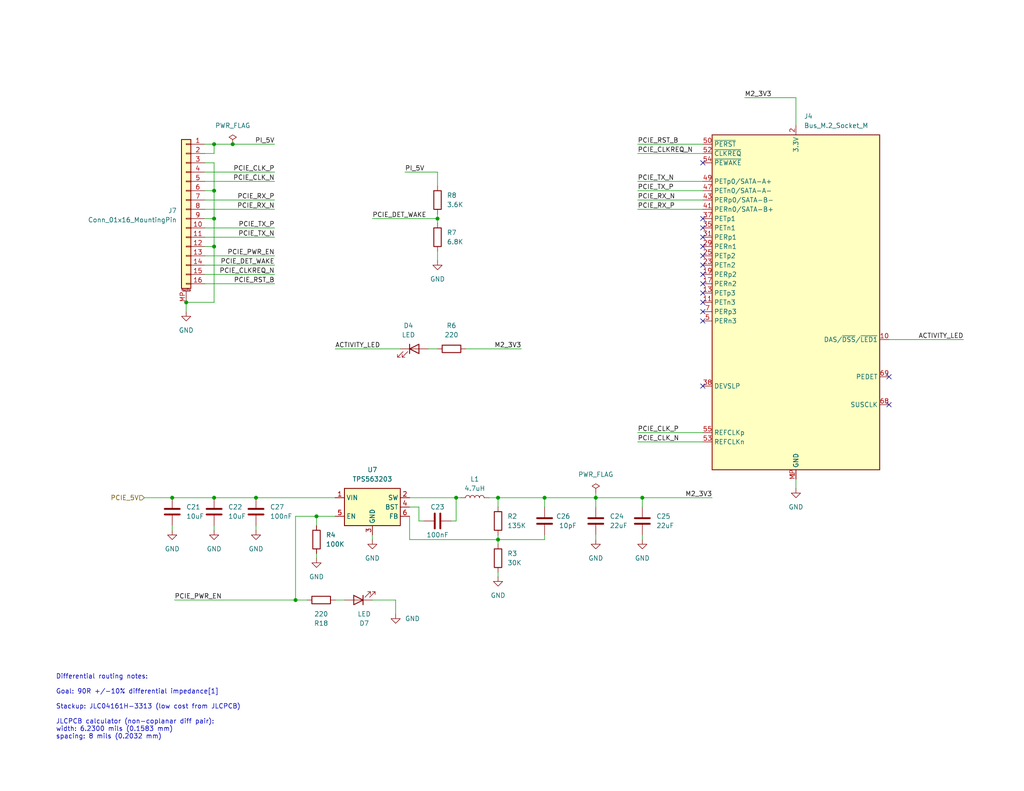
<source format=kicad_sch>
(kicad_sch (version 20231120) (generator "eeschema") (generator_version "8.0")
  (paper "USLetter")
  (title_block (title "Molliebus Pi Carrier") (date "2024-04-20") (rev "4") (company "WorlickWerx") (comment 1 "SPDX-License-Identifier: CERN-OHL-1.2"))
  (lib_symbols
    (symbol "Connector:Bus_M.2_Socket_M"
      (property "Reference" "J4" (at 2.1941 50.8 0))
      (property "Value" "Bus_M.2_Socket_M" (at 2.1941 48.26 0))
      (symbol "Bus_M.2_Socket_M_0_1"
        (rectangle (start -22.86 45.72) (end 22.86 -45.72) (stroke (width 0.254)) (fill (type background)))
      )
      (symbol "Bus_M.2_Socket_M_1_0"
        (pin passive line (at 0 -48.26 90) (length 2.54) (name "GND") (number "MP"))
      )
      (symbol "Bus_M.2_Socket_M_1_1"
        (pin power_in line (at 0 -48.26 90) (length 2.54) (name "GND") (number "1"))
        (pin bidirectional line (at 25.4 -10.16 180) (length 2.54) (name "DAS/~{DSS}/~{LED1}") (number "10"))
        (pin output line (at -25.4 0 0) (length 2.54) (name "PETn3") (number "11"))
        (pin passive line (at 0 48.26 270) (length 2.54) hide (name "3.3V") (number "12"))
        (pin output line (at -25.4 2.54 0) (length 2.54) (name "PETp3") (number "13"))
        (pin passive line (at 0 48.26 270) (length 2.54) hide (name "3.3V") (number "14"))
        (pin passive line (at 0 -48.26 90) (length 2.54) hide (name "GND") (number "15"))
        (pin passive line (at 0 48.26 270) (length 2.54) hide (name "3.3V") (number "16"))
        (pin input line (at -25.4 5.08 0) (length 2.54) (name "PERn2") (number "17"))
        (pin passive line (at 0 48.26 270) (length 2.54) hide (name "3.3V") (number "18"))
        (pin input line (at -25.4 7.62 0) (length 2.54) (name "PERp2") (number "19"))
        (pin power_in line (at 0 48.26 270) (length 2.54) (name "3.3V") (number "2"))
        (pin no_connect line (at 22.86 2.54 180) (length 2.54) hide (name "NC") (number "20"))
        (pin passive line (at 0 -48.26 90) (length 2.54) hide (name "GND") (number "21"))
        (pin no_connect line (at 22.86 5.08 180) (length 2.54) hide (name "NC") (number "22"))
        (pin output line (at -25.4 10.16 0) (length 2.54) (name "PETn2") (number "23"))
        (pin no_connect line (at 22.86 7.62 180) (length 2.54) hide (name "NC") (number "24"))
        (pin output line (at -25.4 12.7 0) (length 2.54) (name "PETp2") (number "25"))
        (pin no_connect line (at 22.86 10.16 180) (length 2.54) hide (name "NC") (number "26"))
        (pin passive line (at 0 -48.26 90) (length 2.54) hide (name "GND") (number "27"))
        (pin no_connect line (at 22.86 12.7 180) (length 2.54) hide (name "NC") (number "28"))
        (pin input line (at -25.4 15.24 0) (length 2.54) (name "PERn1") (number "29"))
        (pin passive line (at 0 -48.26 90) (length 2.54) hide (name "GND") (number "3"))
        (pin no_connect line (at 22.86 15.24 180) (length 2.54) hide (name "NC") (number "30"))
        (pin input line (at -25.4 17.78 0) (length 2.54) (name "PERp1") (number "31"))
        (pin no_connect line (at 22.86 17.78 180) (length 2.54) hide (name "NC") (number "32"))
        (pin passive line (at 0 -48.26 90) (length 2.54) hide (name "GND") (number "33"))
        (pin no_connect line (at 22.86 20.32 180) (length 2.54) hide (name "NC") (number "34"))
        (pin output line (at -25.4 20.32 0) (length 2.54) (name "PETn1") (number "35"))
        (pin no_connect line (at 22.86 22.86 180) (length 2.54) hide (name "NC") (number "36"))
        (pin output line (at -25.4 22.86 0) (length 2.54) (name "PETp1") (number "37"))
        (pin output line (at -25.4 -22.86 0) (length 2.54) (name "DEVSLP") (number "38"))
        (pin passive line (at 0 -48.26 90) (length 2.54) hide (name "GND") (number "39"))
        (pin passive line (at 0 48.26 270) (length 2.54) hide (name "3.3V") (number "4"))
        (pin no_connect line (at 22.86 25.4 180) (length 2.54) hide (name "NC") (number "40"))
        (pin input line (at -25.4 25.4 0) (length 2.54) (name "PERn0/SATA-B+") (number "41"))
        (pin no_connect line (at 22.86 27.94 180) (length 2.54) hide (name "NC") (number "42"))
        (pin input line (at -25.4 27.94 0) (length 2.54) (name "PERp0/SATA-B-") (number "43"))
        (pin no_connect line (at 22.86 30.48 180) (length 2.54) hide (name "NC") (number "44"))
        (pin passive line (at 0 -48.26 90) (length 2.54) hide (name "GND") (number "45"))
        (pin no_connect line (at 22.86 33.02 180) (length 2.54) hide (name "NC") (number "46"))
        (pin output line (at -25.4 30.48 0) (length 2.54) (name "PETn0/SATA-A-") (number "47"))
        (pin no_connect line (at 22.86 35.56 180) (length 2.54) hide (name "NC") (number "48"))
        (pin output line (at -25.4 33.02 0) (length 2.54) (name "PETp0/SATA-A+") (number "49"))
        (pin input line (at -25.4 -5.08 0) (length 2.54) (name "PERn3") (number "5"))
        (pin output line (at -25.4 43.18 0) (length 2.54) (name "~{PERST}") (number "50"))
        (pin passive line (at 0 -48.26 90) (length 2.54) hide (name "GND") (number "51"))
        (pin bidirectional line (at -25.4 40.64 0) (length 2.54) (name "~{CLKREQ}") (number "52"))
        (pin output line (at -25.4 -38.1 0) (length 2.54) (name "REFCLKn") (number "53"))
        (pin bidirectional line (at -25.4 38.1 0) (length 2.54) (name "~{PEWAKE}") (number "54"))
        (pin output line (at -25.4 -35.56 0) (length 2.54) (name "REFCLKp") (number "55"))
        (pin no_connect line (at 22.86 38.1 180) (length 2.54) hide (name "NC") (number "56"))
        (pin passive line (at 0 -48.26 90) (length 2.54) hide (name "GND") (number "57"))
        (pin no_connect line (at 22.86 40.64 180) (length 2.54) hide (name "NC") (number "58"))
        (pin no_connect line (at 22.86 -2.54 180) (length 2.54) hide (name "NC") (number "6"))
        (pin no_connect line (at 22.86 -5.08 180) (length 2.54) hide (name "NC") (number "67"))
        (pin output line (at 25.4 -27.94 180) (length 2.54) (name "SUSCLK") (number "68"))
        (pin passive line (at 25.4 -20.32 180) (length 2.54) (name "PEDET") (number "69"))
        (pin input line (at -25.4 -2.54 0) (length 2.54) (name "PERp3") (number "7"))
        (pin passive line (at 0 48.26 270) (length 2.54) hide (name "3.3V") (number "70"))
        (pin passive line (at 0 -48.26 90) (length 2.54) hide (name "GND") (number "71"))
        (pin passive line (at 0 48.26 270) (length 2.54) hide (name "3.3V") (number "72"))
        (pin passive line (at 0 -48.26 90) (length 2.54) hide (name "GND") (number "73"))
        (pin passive line (at 0 48.26 270) (length 2.54) hide (name "3.3V") (number "74"))
        (pin passive line (at 0 -48.26 90) (length 2.54) hide (name "GND") (number "75"))
        (pin no_connect line (at 22.86 0 180) (length 2.54) hide (name "NC") (number "8"))
        (pin passive line (at 0 -48.26 90) (length 2.54) hide (name "GND") (number "9"))
      )
    )
    (symbol "Connector_Generic_MountingPin:Conn_01x16_MountingPin" (pin_names (offset 1.016) hide)
      (property "Reference" "J" (at 0 20.32 0))
      (property "Value" "Conn_01x16_MountingPin" (at 1.27 -22.86 0))
      (symbol "Conn_01x16_MountingPin_1_1"
        (rectangle (start -1.27 -20.193) (end 0 -20.447) (stroke (width 0.1524)))
        (rectangle (start -1.27 -17.653) (end 0 -17.907) (stroke (width 0.1524)))
        (rectangle (start -1.27 -15.113) (end 0 -15.367) (stroke (width 0.1524)))
        (rectangle (start -1.27 -12.573) (end 0 -12.827) (stroke (width 0.1524)))
        (rectangle (start -1.27 -10.033) (end 0 -10.287) (stroke (width 0.1524)))
        (rectangle (start -1.27 -7.493) (end 0 -7.747) (stroke (width 0.1524)))
        (rectangle (start -1.27 -4.953) (end 0 -5.207) (stroke (width 0.1524)))
        (rectangle (start -1.27 -2.413) (end 0 -2.667) (stroke (width 0.1524)))
        (rectangle (start -1.27 0.127) (end 0 -0.127) (stroke (width 0.1524)))
        (rectangle (start -1.27 2.667) (end 0 2.413) (stroke (width 0.1524)))
        (rectangle (start -1.27 5.207) (end 0 4.953) (stroke (width 0.1524)))
        (rectangle (start -1.27 7.747) (end 0 7.493) (stroke (width 0.1524)))
        (rectangle (start -1.27 10.287) (end 0 10.033) (stroke (width 0.1524)))
        (rectangle (start -1.27 12.827) (end 0 12.573) (stroke (width 0.1524)))
        (rectangle (start -1.27 15.367) (end 0 15.113) (stroke (width 0.1524)))
        (rectangle (start -1.27 17.907) (end 0 17.653) (stroke (width 0.1524)))
        (rectangle (start -1.27 19.05) (end 1.27 -21.59) (stroke (width 0.254)) (fill (type background)))
        (polyline (pts (xy -1.016 -22.352) (xy 1.016 -22.352)) (stroke (width 0.1524)))
        (text "Mounting" (at 0 -21.971 0) (effects (font (size 0.381 0.381))))
        (pin passive line (at -5.08 17.78 0) (length 3.81) (name "Pin_1") (number "1"))
        (pin passive line (at -5.08 -5.08 0) (length 3.81) (name "Pin_10") (number "10"))
        (pin passive line (at -5.08 -7.62 0) (length 3.81) (name "Pin_11") (number "11"))
        (pin passive line (at -5.08 -10.16 0) (length 3.81) (name "Pin_12") (number "12"))
        (pin passive line (at -5.08 -12.7 0) (length 3.81) (name "Pin_13") (number "13"))
        (pin passive line (at -5.08 -15.24 0) (length 3.81) (name "Pin_14") (number "14"))
        (pin passive line (at -5.08 -17.78 0) (length 3.81) (name "Pin_15") (number "15"))
        (pin passive line (at -5.08 -20.32 0) (length 3.81) (name "Pin_16") (number "16"))
        (pin passive line (at -5.08 15.24 0) (length 3.81) (name "Pin_2") (number "2"))
        (pin passive line (at -5.08 12.7 0) (length 3.81) (name "Pin_3") (number "3"))
        (pin passive line (at -5.08 10.16 0) (length 3.81) (name "Pin_4") (number "4"))
        (pin passive line (at -5.08 7.62 0) (length 3.81) (name "Pin_5") (number "5"))
        (pin passive line (at -5.08 5.08 0) (length 3.81) (name "Pin_6") (number "6"))
        (pin passive line (at -5.08 2.54 0) (length 3.81) (name "Pin_7") (number "7"))
        (pin passive line (at -5.08 0 0) (length 3.81) (name "Pin_8") (number "8"))
        (pin passive line (at -5.08 -2.54 0) (length 3.81) (name "Pin_9") (number "9"))
        (pin passive line (at 0 -25.4 90) (length 3.048) (name "MountPin") (number "MP"))
      )
    )
    (symbol "Device:C" (pin_numbers hide) (pin_names (offset 0.254))
      (property "Reference" "C" (at 0.635 2.54 0))
      (property "Value" "C" (at 0.635 -2.54 0))
      (symbol "C_0_1"
        (polyline (pts (xy -2.032 -0.762) (xy 2.032 -0.762)) (stroke (width 0.508)))
        (polyline (pts (xy -2.032 0.762) (xy 2.032 0.762)) (stroke (width 0.508)))
      )
      (symbol "C_1_1"
        (pin passive line (at 0 3.81 270) (length 2.794) (name "~") (number "1"))
        (pin passive line (at 0 -3.81 90) (length 2.794) (name "~") (number "2"))
      )
    )
    (symbol "Device:L" (pin_numbers hide) (pin_names (offset 1.016) hide)
      (property "Reference" "L" (at -1.27 0 90))
      (property "Value" "L" (at 1.905 0 90))
      (symbol "L_0_1"
        (arc (start 0 -2.54) (mid 0.6323 -1.905) (end 0 -1.27))
        (arc (start 0 -1.27) (mid 0.6323 -0.635) (end 0 0))
        (arc (start 0 0) (mid 0.6323 0.635) (end 0 1.27))
        (arc (start 0 1.27) (mid 0.6323 1.905) (end 0 2.54))
      )
      (symbol "L_1_1"
        (pin passive line (at 0 3.81 270) (length 1.27) (name "1") (number "1"))
        (pin passive line (at 0 -3.81 90) (length 1.27) (name "2") (number "2"))
      )
    )
    (symbol "Device:LED" (pin_numbers hide) (pin_names (offset 1.016) hide)
      (property "Reference" "D" (at 0 2.54 0))
      (property "Value" "LED" (at 0 -2.54 0))
      (symbol "LED_0_1"
        (polyline (pts (xy -1.27 -1.27) (xy -1.27 1.27)) (stroke (width 0.254)))
        (polyline (pts (xy -1.27 0) (xy 1.27 0)))
        (polyline (pts (xy 1.27 -1.27) (xy 1.27 1.27) (xy -1.27 0) (xy 1.27 -1.27)) (stroke (width 0.254)))
        (polyline (pts (xy -3.048 -0.762) (xy -4.572 -2.286) (xy -3.81 -2.286) (xy -4.572 -2.286) (xy -4.572 -1.524)))
        (polyline (pts (xy -1.778 -0.762) (xy -3.302 -2.286) (xy -2.54 -2.286) (xy -3.302 -2.286) (xy -3.302 -1.524)))
      )
      (symbol "LED_1_1"
        (pin passive line (at -3.81 0 0) (length 2.54) (name "K") (number "1"))
        (pin passive line (at 3.81 0 180) (length 2.54) (name "A") (number "2"))
      )
    )
    (symbol "Device:R" (pin_numbers hide) (pin_names (offset 0))
      (property "Reference" "R" (at 2.032 0 90))
      (property "Value" "R" (at 0 0 90))
      (symbol "R_0_1"
        (rectangle (start -1.016 -2.54) (end 1.016 2.54) (stroke (width 0.254)))
      )
      (symbol "R_1_1"
        (pin passive line (at 0 3.81 270) (length 1.27) (name "~") (number "1"))
        (pin passive line (at 0 -3.81 90) (length 1.27) (name "~") (number "2"))
      )
    )
    (symbol "Regulator_Switching:TPS563202S"
      (property "Reference" "U" (at -7.62 6.35 0))
      (property "Value" "TPS563202S" (at -2.54 6.35 0))
      (symbol "TPS563202S_0_1"
        (rectangle (start -7.62 5.08) (end 7.62 -5.08) (stroke (width 0.254)) (fill (type background)))
      )
      (symbol "TPS563202S_1_1"
        (pin power_in line (at -10.16 2.54 0) (length 2.54) (name "VIN") (number "1"))
        (pin output line (at 10.16 2.54 180) (length 2.54) (name "SW") (number "2"))
        (pin power_in line (at 0 -7.62 90) (length 2.54) (name "GND") (number "3"))
        (pin passive line (at 10.16 0 180) (length 2.54) (name "BST") (number "4"))
        (pin input line (at -10.16 -2.54 0) (length 2.54) (name "EN") (number "5"))
        (pin input line (at 10.16 -2.54 180) (length 2.54) (name "FB") (number "6"))
      )
    )
    (symbol "power:GND" (power) (pin_names (offset 0))
      (property "Value" "GND" (at 0 -3.81 0))
      (symbol "GND_0_1"
        (polyline (pts (xy 0 0) (xy 0 -1.27) (xy 1.27 -1.27) (xy 0 -2.54) (xy -1.27 -1.27) (xy 0 -1.27)))
      )
      (symbol "GND_1_1"
        (pin power_in line (at 0 0 270) (length 0) hide (name "GND") (number "1"))
      )
    )
    (symbol "power:PWR_FLAG" (power) (pin_numbers hide) (pin_names (offset 0) hide)
      (property "Value" "PWR_FLAG" (at 0 3.81 0))
      (symbol "PWR_FLAG_0_0"
        (pin power_out line (at 0 0 90) (length 0) (name "pwr") (number "1"))
      )
      (symbol "PWR_FLAG_0_1"
        (polyline (pts (xy 0 0) (xy 0 1.27) (xy -1.016 1.905) (xy 0 2.54) (xy 1.016 1.905) (xy 0 1.27)))
      )
    )
  )
  (junction (at 80.645 163.83))
  (junction (at 135.89 147.32))
  (junction (at 162.56 135.89))
  (junction (at 86.36 140.97))
  (junction (at 58.42 135.89))
  (junction (at 46.99 135.89))
  (junction (at 58.42 39.37))
  (junction (at 124.46 135.89))
  (junction (at 58.42 67.31))
  (junction (at 148.59 135.89))
  (junction (at 135.89 135.89))
  (junction (at 119.38 59.69))
  (junction (at 58.42 52.07))
  (junction (at 175.26 135.89))
  (junction (at 58.42 59.69))
  (junction (at 50.8 82.55))
  (junction (at 69.85 135.89))
  (junction (at 63.5 39.37))
  (no_connect (at 191.77 74.93))
  (no_connect (at 191.77 64.77))
  (no_connect (at 191.77 59.69))
  (no_connect (at 191.77 105.41))
  (no_connect (at 191.77 82.55))
  (no_connect (at 191.77 67.31))
  (no_connect (at 242.57 110.49))
  (no_connect (at 191.77 77.47))
  (no_connect (at 191.77 85.09))
  (no_connect (at 191.77 69.85))
  (no_connect (at 242.57 102.87))
  (no_connect (at 191.77 72.39))
  (no_connect (at 191.77 62.23))
  (no_connect (at 191.77 44.45))
  (no_connect (at 191.77 80.01))
  (no_connect (at 191.77 87.63))
  (wire (pts (xy 162.56 135.89) (xy 162.56 138.43)))
  (wire (pts (xy 173.99 120.65) (xy 191.77 120.65)))
  (wire (pts (xy 55.88 72.39) (xy 74.93 72.39)))
  (wire (pts (xy 173.99 49.53) (xy 191.77 49.53)))
  (wire (pts (xy 119.38 58.42) (xy 119.38 59.69)))
  (wire (pts (xy 124.46 142.24) (xy 124.46 135.89)))
  (wire (pts (xy 55.88 44.45) (xy 58.42 44.45)))
  (wire (pts (xy 107.95 163.83) (xy 107.95 167.64)))
  (wire (pts (xy 55.88 62.23) (xy 74.93 62.23)))
  (wire (pts (xy 55.88 39.37) (xy 58.42 39.37)))
  (wire (pts (xy 47.625 163.83) (xy 80.645 163.83)))
  (wire (pts (xy 55.88 74.93) (xy 74.93 74.93)))
  (wire (pts (xy 116.84 95.25) (xy 119.38 95.25)))
  (wire (pts (xy 69.85 135.89) (xy 91.44 135.89)))
  (wire (pts (xy 148.59 147.32) (xy 135.89 147.32)))
  (wire (pts (xy 119.38 59.69) (xy 119.38 60.96)))
  (wire (pts (xy 101.6 146.05) (xy 101.6 147.32)))
  (wire (pts (xy 46.99 143.51) (xy 46.99 144.78)))
  (wire (pts (xy 175.26 146.05) (xy 175.26 147.32)))
  (wire (pts (xy 135.89 147.32) (xy 135.89 148.59)))
  (wire (pts (xy 135.89 135.89) (xy 135.89 138.43)))
  (wire (pts (xy 135.89 156.21) (xy 135.89 157.48)))
  (wire (pts (xy 203.2 26.67) (xy 217.17 26.67)))
  (wire (pts (xy 123.19 142.24) (xy 124.46 142.24)))
  (wire (pts (xy 175.26 135.89) (xy 194.31 135.89)))
  (wire (pts (xy 58.42 41.91) (xy 58.42 39.37)))
  (wire (pts (xy 111.76 140.97) (xy 111.76 147.32)))
  (wire (pts (xy 148.59 135.89) (xy 162.56 135.89)))
  (wire (pts (xy 80.645 163.83) (xy 80.645 140.97)))
  (wire (pts (xy 80.645 140.97) (xy 86.36 140.97)))
  (wire (pts (xy 55.88 64.77) (xy 74.93 64.77)))
  (wire (pts (xy 55.88 57.15) (xy 74.93 57.15)))
  (wire (pts (xy 175.26 135.89) (xy 175.26 138.43)))
  (wire (pts (xy 58.42 135.89) (xy 69.85 135.89)))
  (wire (pts (xy 55.88 41.91) (xy 58.42 41.91)))
  (wire (pts (xy 91.44 95.25) (xy 109.22 95.25)))
  (wire (pts (xy 162.56 134.62) (xy 162.56 135.89)))
  (wire (pts (xy 55.88 77.47) (xy 74.93 77.47)))
  (wire (pts (xy 135.89 135.89) (xy 148.59 135.89)))
  (wire (pts (xy 39.37 135.89) (xy 46.99 135.89)))
  (wire (pts (xy 58.42 39.37) (xy 63.5 39.37)))
  (wire (pts (xy 55.88 67.31) (xy 58.42 67.31)))
  (wire (pts (xy 110.49 46.99) (xy 119.38 46.99)))
  (wire (pts (xy 148.59 135.89) (xy 148.59 138.43)))
  (wire (pts (xy 86.36 151.13) (xy 86.36 152.4)))
  (wire (pts (xy 55.88 54.61) (xy 74.93 54.61)))
  (wire (pts (xy 46.99 135.89) (xy 58.42 135.89)))
  (wire (pts (xy 135.89 146.05) (xy 135.89 147.32)))
  (wire (pts (xy 58.42 67.31) (xy 58.42 82.55)))
  (wire (pts (xy 217.17 130.81) (xy 217.17 133.35)))
  (wire (pts (xy 119.38 68.58) (xy 119.38 71.12)))
  (wire (pts (xy 114.3 142.24) (xy 114.3 138.43)))
  (wire (pts (xy 217.17 26.67) (xy 217.17 34.29)))
  (wire (pts (xy 148.59 146.05) (xy 148.59 147.32)))
  (wire (pts (xy 242.57 92.71) (xy 262.89 92.71)))
  (wire (pts (xy 173.99 52.07) (xy 191.77 52.07)))
  (wire (pts (xy 86.36 140.97) (xy 86.36 143.51)))
  (wire (pts (xy 58.42 143.51) (xy 58.42 144.78)))
  (wire (pts (xy 55.88 59.69) (xy 58.42 59.69)))
  (wire (pts (xy 93.98 163.83) (xy 91.44 163.83)))
  (wire (pts (xy 173.99 54.61) (xy 191.77 54.61)))
  (wire (pts (xy 63.5 39.37) (xy 74.93 39.37)))
  (wire (pts (xy 173.99 57.15) (xy 191.77 57.15)))
  (wire (pts (xy 50.8 82.55) (xy 50.8 85.09)))
  (wire (pts (xy 55.88 69.85) (xy 74.93 69.85)))
  (wire (pts (xy 83.82 163.83) (xy 80.645 163.83)))
  (wire (pts (xy 58.42 82.55) (xy 50.8 82.55)))
  (wire (pts (xy 124.46 135.89) (xy 125.73 135.89)))
  (wire (pts (xy 162.56 135.89) (xy 175.26 135.89)))
  (wire (pts (xy 114.3 142.24) (xy 115.57 142.24)))
  (wire (pts (xy 173.99 118.11) (xy 191.77 118.11)))
  (wire (pts (xy 111.76 135.89) (xy 124.46 135.89)))
  (wire (pts (xy 58.42 44.45) (xy 58.42 52.07)))
  (wire (pts (xy 55.88 49.53) (xy 74.93 49.53)))
  (wire (pts (xy 127 95.25) (xy 142.24 95.25)))
  (wire (pts (xy 55.88 52.07) (xy 58.42 52.07)))
  (wire (pts (xy 114.3 138.43) (xy 111.76 138.43)))
  (wire (pts (xy 101.6 59.69) (xy 119.38 59.69)))
  (wire (pts (xy 173.99 39.37) (xy 191.77 39.37)))
  (wire (pts (xy 69.85 143.51) (xy 69.85 144.78)))
  (wire (pts (xy 162.56 146.05) (xy 162.56 147.32)))
  (wire (pts (xy 55.88 46.99) (xy 74.93 46.99)))
  (wire (pts (xy 107.95 163.83) (xy 101.6 163.83)))
  (wire (pts (xy 111.76 147.32) (xy 135.89 147.32)))
  (wire (pts (xy 173.99 41.91) (xy 191.77 41.91)))
  (wire (pts (xy 86.36 140.97) (xy 91.44 140.97)))
  (wire (pts (xy 133.35 135.89) (xy 135.89 135.89)))
  (wire (pts (xy 119.38 50.8) (xy 119.38 46.99)))
  (wire (pts (xy 58.42 52.07) (xy 58.42 59.69)))
  (wire (pts (xy 58.42 59.69) (xy 58.42 67.31)))
  (text "Differential routing notes:\n\nGoal: 90R +/-10% differential impedance[1]\n\nStackup: JLC04161H-3313 (low cost from JLCPCB)\n\nJLCPCB calculator (non-coplanar diff pair):\nwidth: 6.2300 mils (0.1583 mm)\nspacing: 8 mils (0.2032 mm)\n" (at 15.24 201.93 0) (effects (font (size 1.27 1.27)) (justify left bottom)))
  (label "PCIE_TX_N" (at 74.93 64.77 180))
  (label "ACTIVITY_LED" (at 262.89 92.71 180))
  (label "PCIE_RX_N" (at 74.93 57.15 180))
  (label "PCIE_CLKREQ_N" (at 74.93 74.93 180))
  (label "ACTIVITY_LED" (at 91.44 95.25 0))
  (label "PCIE_RST_B" (at 173.99 39.37 0))
  (label "PCIE_TX_N" (at 173.99 49.53 0))
  (label "M2_3V3" (at 194.31 135.89 180))
  (label "PCIE_RST_B" (at 74.93 77.47 180))
  (label "PCIE_CLK_N" (at 74.93 49.53 180))
  (label "PI_5V" (at 110.49 46.99 0))
  (label "PCIE_DET_WAKE" (at 74.93 72.39 180))
  (label "PCIE_CLKREQ_N" (at 173.99 41.91 0))
  (label "PCIE_CLK_P" (at 173.99 118.11 0))
  (label "PI_5V" (at 74.93 39.37 180))
  (label "M2_3V3" (at 142.24 95.25 180))
  (label "PCIE_TX_P" (at 74.93 62.23 180))
  (label "PCIE_RX_N" (at 173.99 54.61 0))
  (label "PCIE_RX_P" (at 74.93 54.61 180))
  (label "PCIE_PWR_EN" (at 74.93 69.85 180))
  (label "PCIE_DET_WAKE" (at 101.6 59.69 0))
  (label "PCIE_RX_P" (at 173.99 57.15 0))
  (label "PCIE_CLK_P" (at 74.93 46.99 180))
  (label "PCIE_PWR_EN" (at 47.625 163.83 0))
  (label "PCIE_CLK_N" (at 173.99 120.65 0))
  (label "M2_3V3" (at 203.2 26.67 0))
  (label "PCIE_TX_P" (at 173.99 52.07 0))
  (hierarchical_label "PCIE_5V" (shape input) (at 39.37 135.89 180))
  (symbol (lib_id "Device:R") (at 135.89 142.24 0) (unit 1)
    (property "Reference" "R2" (at 138.43 140.97 0) (effects (justify left)))
    (property "Value" "135K" (at 138.43 143.51 0) (effects (justify left)))
    (property "Footprint" "Resistor_SMD:R_0603_1608Metric" (effects (hide yes)))
  )
  (symbol (lib_id "Connector:Bus_M.2_Socket_M") (at 217.17 82.55 0) (unit 1)
    (property "Reference" "J4" (at 219.3641 31.75 0) (effects (justify left)))
    (property "Value" "Bus_M.2_Socket_M" (at 219.3641 34.29 0) (effects (justify left)))
    (property "Footprint" "00_eurocard:Conn_TE-M.2-0.5-67P-doublesided_TypeM" (effects (hide yes)))
    (property "Datasheet" "http://read.pudn.com/downloads794/doc/project/3133918/PCIe_M.2_Electromechanical_Spec_Rev1.0_Final_11012013_RS_Clean.pdf#page=155" (effects (hide yes)))
  )
  (symbol (lib_id "Device:C") (at 46.99 139.7 0) (unit 1)
    (property "Reference" "C21" (at 50.8 138.43 0) (effects (justify left)))
    (property "Value" "10uF" (at 50.8 140.97 0) (effects (justify left)))
    (property "Footprint" "Capacitor_SMD:C_0603_1608Metric" (effects (hide yes)))
  )
  (symbol (lib_id "Device:C") (at 175.26 142.24 0) (unit 1)
    (property "Reference" "C25" (at 179.07 140.97 0) (effects (justify left)))
    (property "Value" "22uF" (at 179.07 143.51 0) (effects (justify left)))
    (property "Footprint" "Capacitor_SMD:C_0603_1608Metric" (effects (hide yes)))
  )
  (symbol (lib_id "power:GND") (at 217.17 133.35 0) (unit 1)
    (property "Reference" "#PWR030" (effects (hide yes)))
    (property "Value" "GND" (at 217.17 138.43 0))
  )
  (symbol (lib_id "Regulator_Switching:TPS563202S") (at 101.6 138.43 0) (unit 1)
    (property "Reference" "U7" (at 101.6 128.27 0))
    (property "Value" "TPS563203" (at 101.6 130.81 0))
    (property "Footprint" "Package_TO_SOT_SMD:SOT-563" (effects (hide yes)))
    (property "Datasheet" "https://www.ti.com/lit/ds/symlink/tps563202s.pdf" (effects (hide yes)))
  )
  (symbol (lib_id "Device:R") (at 86.36 147.32 0) (unit 1)
    (property "Reference" "R4" (at 88.9 146.05 0) (effects (justify left)))
    (property "Value" "100K" (at 88.9 148.59 0) (effects (justify left)))
    (property "Footprint" "Resistor_SMD:R_0603_1608Metric" (effects (hide yes)))
  )
  (symbol (lib_id "power:GND") (at 135.89 157.48 0) (unit 1)
    (property "Reference" "#PWR036" (effects (hide yes)))
    (property "Value" "GND" (at 135.89 162.56 0))
  )
  (symbol (lib_id "power:GND") (at 50.8 85.09 0) (unit 1)
    (property "Reference" "#PWR014" (effects (hide yes)))
    (property "Value" "GND" (at 50.8 90.17 0))
  )
  (symbol (lib_id "Device:R") (at 87.63 163.83 270) (unit 1)
    (property "Reference" "R18" (at 87.63 170.18 90))
    (property "Value" "220" (at 87.63 167.64 90))
    (property "Footprint" "Resistor_SMD:R_0603_1608Metric" (effects (hide yes)))
  )
  (symbol (lib_id "Device:C") (at 148.59 142.24 180) (unit 1)
    (property "Reference" "C26" (at 153.67 140.97 0))
    (property "Value" "10pF" (at 154.94 143.51 0))
    (property "Footprint" "Capacitor_SMD:C_0603_1608Metric" (effects (hide yes)))
  )
  (symbol (lib_id "Device:C") (at 162.56 142.24 0) (unit 1)
    (property "Reference" "C24" (at 166.37 140.97 0) (effects (justify left)))
    (property "Value" "22uF" (at 166.37 143.51 0) (effects (justify left)))
    (property "Footprint" "Capacitor_SMD:C_0603_1608Metric" (effects (hide yes)))
  )
  (symbol (lib_id "Device:C") (at 69.85 139.7 0) (unit 1)
    (property "Reference" "C27" (at 73.66 138.43 0) (effects (justify left)))
    (property "Value" "100nF" (at 73.66 140.97 0) (effects (justify left)))
    (property "Footprint" "Capacitor_SMD:C_0603_1608Metric" (effects (hide yes)))
  )
  (symbol (lib_id "power:GND") (at 58.42 144.78 0) (unit 1)
    (property "Reference" "#PWR023" (effects (hide yes)))
    (property "Value" "GND" (at 58.42 149.86 0))
  )
  (symbol (lib_id "power:GND") (at 69.85 144.78 0) (unit 1)
    (property "Reference" "#PWR020" (effects (hide yes)))
    (property "Value" "GND" (at 69.85 149.86 0))
  )
  (symbol (lib_id "power:GND") (at 46.99 144.78 0) (unit 1)
    (property "Reference" "#PWR022" (effects (hide yes)))
    (property "Value" "GND" (at 46.99 149.86 0))
  )
  (symbol (lib_id "Device:R") (at 123.19 95.25 90) (unit 1)
    (property "Reference" "R6" (at 123.19 88.9 90))
    (property "Value" "220" (at 123.19 91.44 90))
    (property "Footprint" "Resistor_SMD:R_0603_1608Metric" (effects (hide yes)))
  )
  (symbol (lib_id "Device:R") (at 119.38 64.77 0) (unit 1)
    (property "Reference" "R7" (at 121.92 63.5 0) (effects (justify left)))
    (property "Value" "6.8K" (at 121.92 66.04 0) (effects (justify left)))
    (property "Footprint" "Resistor_SMD:R_0603_1608Metric" (effects (hide yes)))
  )
  (symbol (lib_id "Device:C") (at 119.38 142.24 90) (unit 1)
    (property "Reference" "C23" (at 119.38 138.43 90))
    (property "Value" "100nF" (at 119.38 146.05 90))
    (property "Footprint" "Capacitor_SMD:C_0603_1608Metric" (effects (hide yes)))
  )
  (symbol (lib_id "Connector_Generic_MountingPin:Conn_01x16_MountingPin") (at 50.8 57.15 0) (mirror y) (unit 1)
    (property "Reference" "J7" (at 48.26 57.5056 0) (effects (justify left)))
    (property "Value" "Conn_01x16_MountingPin" (at 48.26 60.0456 0) (effects (justify left)))
    (property "Footprint" "00_eurocard:CONN_F31W-1A7H1-11016_AMP" (effects (hide yes)))
  )
  (symbol (lib_id "power:PWR_FLAG") (at 63.5 39.37 0) (unit 1)
    (property "Reference" "#FLG04" (effects (hide yes)))
    (property "Value" "PWR_FLAG" (at 63.5 34.29 0))
  )
  (symbol (lib_id "Device:R") (at 135.89 152.4 0) (unit 1)
    (property "Reference" "R3" (at 138.43 151.13 0) (effects (justify left)))
    (property "Value" "30K" (at 138.43 153.67 0) (effects (justify left)))
    (property "Footprint" "Resistor_SMD:R_0603_1608Metric" (effects (hide yes)))
  )
  (symbol (lib_id "Device:C") (at 58.42 139.7 0) (unit 1)
    (property "Reference" "C22" (at 62.23 138.43 0) (effects (justify left)))
    (property "Value" "10uF" (at 62.23 140.97 0) (effects (justify left)))
    (property "Footprint" "Capacitor_SMD:C_0603_1608Metric" (effects (hide yes)))
  )
  (symbol (lib_id "Device:LED") (at 97.79 163.83 180) (unit 1)
    (property "Reference" "D7" (at 99.3775 170.18 0))
    (property "Value" "LED" (at 99.3775 167.64 0))
    (property "Footprint" "LED_SMD:LED_0805_2012Metric_Pad1.15x1.40mm_HandSolder" (effects (hide yes)))
  )
  (symbol (lib_id "power:GND") (at 101.6 147.32 0) (unit 1)
    (property "Reference" "#PWR034" (effects (hide yes)))
    (property "Value" "GND" (at 101.6 152.4 0))
  )
  (symbol (lib_id "Device:L") (at 129.54 135.89 90) (unit 1)
    (property "Reference" "L1" (at 129.54 130.81 90))
    (property "Value" "4.7uH" (at 129.54 133.35 90))
    (property "Footprint" "Inductor_SMD:L_7.3x7.3_H4.5" (effects (hide yes)))
  )
  (symbol (lib_id "power:GND") (at 119.38 71.12 0) (unit 1)
    (property "Reference" "#PWR039" (effects (hide yes)))
    (property "Value" "GND" (at 119.38 76.2 0))
  )
  (symbol (lib_id "power:GND") (at 175.26 147.32 0) (unit 1)
    (property "Reference" "#PWR038" (effects (hide yes)))
    (property "Value" "GND" (at 175.26 152.4 0))
  )
  (symbol (lib_id "power:PWR_FLAG") (at 162.56 134.62 0) (unit 1)
    (property "Reference" "#FLG03" (effects (hide yes)))
    (property "Value" "PWR_FLAG" (at 162.56 129.54 0))
  )
  (symbol (lib_id "Device:R") (at 119.38 54.61 0) (unit 1)
    (property "Reference" "R8" (at 121.92 53.34 0) (effects (justify left)))
    (property "Value" "3.6K" (at 121.92 55.88 0) (effects (justify left)))
    (property "Footprint" "Resistor_SMD:R_0603_1608Metric" (effects (hide yes)))
  )
  (symbol (lib_id "power:GND") (at 86.36 152.4 0) (unit 1)
    (property "Reference" "#PWR024" (effects (hide yes)))
    (property "Value" "GND" (at 86.36 157.48 0))
  )
  (symbol (lib_id "Device:LED") (at 113.03 95.25 0) (unit 1)
    (property "Reference" "D4" (at 111.4425 88.9 0))
    (property "Value" "LED" (at 111.4425 91.44 0))
    (property "Footprint" "LED_SMD:LED_0805_2012Metric_Pad1.15x1.40mm_HandSolder" (effects (hide yes)))
  )
  (symbol (lib_id "power:GND") (at 107.95 167.64 0) (unit 1)
    (property "Reference" "#PWR051" (effects (hide yes)))
    (property "Value" "GND" (at 110.49 168.91 0) (effects (justify left)))
  )
  (symbol (lib_id "power:GND") (at 162.56 147.32 0) (unit 1)
    (property "Reference" "#PWR037" (effects (hide yes)))
    (property "Value" "GND" (at 162.56 152.4 0))
  )
)
</source>
